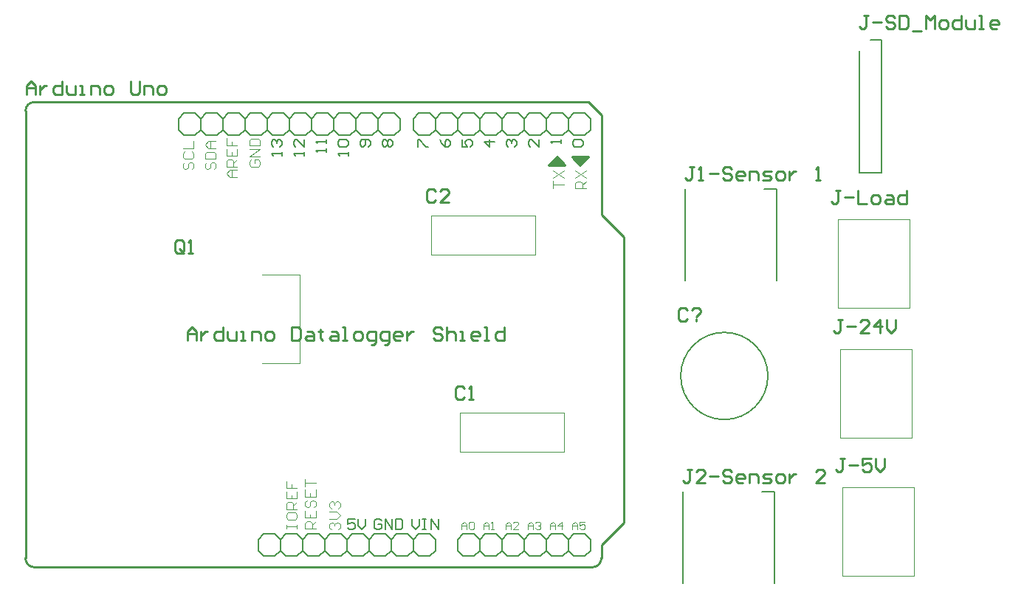
<source format=gbr>
G04*
G04 #@! TF.GenerationSoftware,Altium Limited,Altium Designer,24.10.1 (45)*
G04*
G04 Layer_Color=65535*
%FSLAX44Y44*%
%MOMM*%
G71*
G04*
G04 #@! TF.SameCoordinates,6965692F-E9A8-49B1-8EC0-743354621B2D*
G04*
G04*
G04 #@! TF.FilePolarity,Positive*
G04*
G01*
G75*
%ADD10C,0.2540*%
%ADD11C,0.1000*%
%ADD12C,0.2000*%
%ADD13C,0.1524*%
%ADD14C,0.3048*%
%ADD15C,0.1451*%
%ADD16C,0.1036*%
%ADD17C,0.1209*%
D10*
X1246124Y488950D02*
G03*
X1256030Y499110I-127J10033D01*
G01*
X595630D02*
G03*
X605790Y488950I10160J0D01*
G01*
Y1022350D02*
G03*
X595630Y1012444I-127J-10033D01*
G01*
X605790Y1022350D02*
X1240790D01*
X1256030Y1007110D01*
Y892810D02*
Y1007110D01*
X1281430Y539750D02*
Y867410D01*
X1256030Y514350D02*
X1281430Y539750D01*
X1256030Y499110D02*
Y514350D01*
X605790Y488950D02*
X1246124D01*
X595630Y499110D02*
Y1012444D01*
X1256030Y892810D02*
X1281430Y867410D01*
X1065781Y920238D02*
X1063242Y922777D01*
X1058163D01*
X1055624Y920238D01*
Y910081D01*
X1058163Y907542D01*
X1063242D01*
X1065781Y910081D01*
X1081016Y907542D02*
X1070859D01*
X1081016Y917699D01*
Y920238D01*
X1078477Y922777D01*
X1073398D01*
X1070859Y920238D01*
X1098801Y694178D02*
X1096262Y696717D01*
X1091183D01*
X1088644Y694178D01*
Y684021D01*
X1091183Y681482D01*
X1096262D01*
X1098801Y684021D01*
X1103879Y681482D02*
X1108957D01*
X1106418D01*
Y696717D01*
X1103879Y694178D01*
X596900Y1031240D02*
Y1041397D01*
X601978Y1046475D01*
X607057Y1041397D01*
Y1031240D01*
Y1038857D01*
X596900D01*
X612135Y1041397D02*
Y1031240D01*
Y1036318D01*
X614674Y1038857D01*
X617213Y1041397D01*
X619753D01*
X637527Y1046475D02*
Y1031240D01*
X629909D01*
X627370Y1033779D01*
Y1038857D01*
X629909Y1041397D01*
X637527D01*
X642605D02*
Y1033779D01*
X645144Y1031240D01*
X652762D01*
Y1041397D01*
X657840Y1031240D02*
X662919D01*
X660379D01*
Y1041397D01*
X657840D01*
X670536Y1031240D02*
Y1041397D01*
X678154D01*
X680693Y1038857D01*
Y1031240D01*
X688310D02*
X693389D01*
X695928Y1033779D01*
Y1038857D01*
X693389Y1041397D01*
X688310D01*
X685771Y1038857D01*
Y1033779D01*
X688310Y1031240D01*
X716241Y1046475D02*
Y1033779D01*
X718781Y1031240D01*
X723859D01*
X726398Y1033779D01*
Y1046475D01*
X731477Y1031240D02*
Y1041397D01*
X739094D01*
X741633Y1038857D01*
Y1031240D01*
X749251D02*
X754329D01*
X756868Y1033779D01*
Y1038857D01*
X754329Y1041397D01*
X749251D01*
X746712Y1038857D01*
Y1033779D01*
X749251Y1031240D01*
X781230Y749350D02*
Y759507D01*
X786308Y764585D01*
X791387Y759507D01*
Y749350D01*
Y756967D01*
X781230D01*
X796465Y759507D02*
Y749350D01*
Y754428D01*
X799004Y756967D01*
X801543Y759507D01*
X804083D01*
X821857Y764585D02*
Y749350D01*
X814239D01*
X811700Y751889D01*
Y756967D01*
X814239Y759507D01*
X821857D01*
X826935D02*
Y751889D01*
X829474Y749350D01*
X837092D01*
Y759507D01*
X842170Y749350D02*
X847249D01*
X844709D01*
Y759507D01*
X842170D01*
X854866Y749350D02*
Y759507D01*
X862484D01*
X865023Y756967D01*
Y749350D01*
X872640D02*
X877719D01*
X880258Y751889D01*
Y756967D01*
X877719Y759507D01*
X872640D01*
X870101Y756967D01*
Y751889D01*
X872640Y749350D01*
X900571Y764585D02*
Y749350D01*
X908189D01*
X910728Y751889D01*
Y762046D01*
X908189Y764585D01*
X900571D01*
X918346Y759507D02*
X923424D01*
X925963Y756967D01*
Y749350D01*
X918346D01*
X915806Y751889D01*
X918346Y754428D01*
X925963D01*
X933581Y762046D02*
Y759507D01*
X931041D01*
X936120D01*
X933581D01*
Y751889D01*
X936120Y749350D01*
X946277Y759507D02*
X951355D01*
X953894Y756967D01*
Y749350D01*
X946277D01*
X943737Y751889D01*
X946277Y754428D01*
X953894D01*
X958972Y749350D02*
X964051D01*
X961512D01*
Y764585D01*
X958972D01*
X974208Y749350D02*
X979286D01*
X981825Y751889D01*
Y756967D01*
X979286Y759507D01*
X974208D01*
X971668Y756967D01*
Y751889D01*
X974208Y749350D01*
X991982Y744272D02*
X994521D01*
X997060Y746811D01*
Y759507D01*
X989443D01*
X986903Y756967D01*
Y751889D01*
X989443Y749350D01*
X997060D01*
X1007217Y744272D02*
X1009756D01*
X1012295Y746811D01*
Y759507D01*
X1004678D01*
X1002139Y756967D01*
Y751889D01*
X1004678Y749350D01*
X1012295D01*
X1024991D02*
X1019913D01*
X1017374Y751889D01*
Y756967D01*
X1019913Y759507D01*
X1024991D01*
X1027530Y756967D01*
Y754428D01*
X1017374D01*
X1032609Y759507D02*
Y749350D01*
Y754428D01*
X1035148Y756967D01*
X1037687Y759507D01*
X1040226D01*
X1073235Y762046D02*
X1070696Y764585D01*
X1065618D01*
X1063079Y762046D01*
Y759507D01*
X1065618Y756967D01*
X1070696D01*
X1073235Y754428D01*
Y751889D01*
X1070696Y749350D01*
X1065618D01*
X1063079Y751889D01*
X1078314Y764585D02*
Y749350D01*
Y756967D01*
X1080853Y759507D01*
X1085931D01*
X1088471Y756967D01*
Y749350D01*
X1093549D02*
X1098627D01*
X1096088D01*
Y759507D01*
X1093549D01*
X1113862Y749350D02*
X1108784D01*
X1106245Y751889D01*
Y756967D01*
X1108784Y759507D01*
X1113862D01*
X1116402Y756967D01*
Y754428D01*
X1106245D01*
X1121480Y749350D02*
X1126558D01*
X1124019D01*
Y764585D01*
X1121480D01*
X1144333D02*
Y749350D01*
X1136715D01*
X1134176Y751889D01*
Y756967D01*
X1136715Y759507D01*
X1144333D01*
X1561843Y1121659D02*
X1556764D01*
X1559303D01*
Y1108963D01*
X1556764Y1106424D01*
X1554225D01*
X1551686Y1108963D01*
X1566921Y1114042D02*
X1577078D01*
X1592313Y1119120D02*
X1589774Y1121659D01*
X1584695D01*
X1582156Y1119120D01*
Y1116581D01*
X1584695Y1114042D01*
X1589774D01*
X1592313Y1111502D01*
Y1108963D01*
X1589774Y1106424D01*
X1584695D01*
X1582156Y1108963D01*
X1597391Y1121659D02*
Y1106424D01*
X1605009D01*
X1607548Y1108963D01*
Y1119120D01*
X1605009Y1121659D01*
X1597391D01*
X1612626Y1103885D02*
X1622783D01*
X1627861Y1106424D02*
Y1121659D01*
X1632940Y1116581D01*
X1638018Y1121659D01*
Y1106424D01*
X1645636D02*
X1650714D01*
X1653253Y1108963D01*
Y1114042D01*
X1650714Y1116581D01*
X1645636D01*
X1643096Y1114042D01*
Y1108963D01*
X1645636Y1106424D01*
X1668488Y1121659D02*
Y1106424D01*
X1660871D01*
X1658331Y1108963D01*
Y1114042D01*
X1660871Y1116581D01*
X1668488D01*
X1673567D02*
Y1108963D01*
X1676106Y1106424D01*
X1683723D01*
Y1116581D01*
X1688802Y1106424D02*
X1693880D01*
X1691341D01*
Y1121659D01*
X1688802D01*
X1709115Y1106424D02*
X1704037D01*
X1701497Y1108963D01*
Y1114042D01*
X1704037Y1116581D01*
X1709115D01*
X1711654Y1114042D01*
Y1111502D01*
X1701497D01*
X1532125Y772409D02*
X1527046D01*
X1529586D01*
Y759713D01*
X1527046Y757174D01*
X1524507D01*
X1521968Y759713D01*
X1537203Y764791D02*
X1547360D01*
X1562595Y757174D02*
X1552438D01*
X1562595Y767331D01*
Y769870D01*
X1560056Y772409D01*
X1554977D01*
X1552438Y769870D01*
X1575291Y757174D02*
Y772409D01*
X1567673Y764791D01*
X1577830D01*
X1582908Y772409D02*
Y762252D01*
X1587987Y757174D01*
X1593065Y762252D01*
Y772409D01*
X1529585Y920999D02*
X1524506D01*
X1527045D01*
Y908303D01*
X1524506Y905764D01*
X1521967D01*
X1519428Y908303D01*
X1534663Y913382D02*
X1544820D01*
X1549898Y920999D02*
Y905764D01*
X1560055D01*
X1567672D02*
X1572751D01*
X1575290Y908303D01*
Y913382D01*
X1572751Y915921D01*
X1567672D01*
X1565133Y913382D01*
Y908303D01*
X1567672Y905764D01*
X1582908Y915921D02*
X1587986D01*
X1590525Y913382D01*
Y905764D01*
X1582908D01*
X1580368Y908303D01*
X1582908Y910842D01*
X1590525D01*
X1605760Y920999D02*
Y905764D01*
X1598143D01*
X1595603Y908303D01*
Y913382D01*
X1598143Y915921D01*
X1605760D01*
X776983Y851153D02*
Y861310D01*
X774444Y863849D01*
X769365D01*
X766826Y861310D01*
Y851153D01*
X769365Y848614D01*
X774444D01*
X771904Y853692D02*
X776983Y848614D01*
X774444D02*
X776983Y851153D01*
X782061Y848614D02*
X787139D01*
X784600D01*
Y863849D01*
X782061Y861310D01*
X1534665Y613659D02*
X1529586D01*
X1532126D01*
Y600963D01*
X1529586Y598424D01*
X1527047D01*
X1524508Y600963D01*
X1539743Y606041D02*
X1549900D01*
X1565135Y613659D02*
X1554978D01*
Y606041D01*
X1560056Y608581D01*
X1562596D01*
X1565135Y606041D01*
Y600963D01*
X1562596Y598424D01*
X1557517D01*
X1554978Y600963D01*
X1570213Y613659D02*
Y603502D01*
X1575292Y598424D01*
X1580370Y603502D01*
Y613659D01*
X1354325Y783840D02*
X1351785Y786379D01*
X1346707D01*
X1344168Y783840D01*
Y773683D01*
X1346707Y771144D01*
X1351785D01*
X1354325Y773683D01*
X1359403Y783840D02*
X1361942Y786379D01*
X1367021D01*
X1369560Y783840D01*
Y781301D01*
X1364481Y776222D01*
Y773683D02*
Y771144D01*
X1362199Y947923D02*
X1357120D01*
X1359659D01*
Y935227D01*
X1357120Y932688D01*
X1354581D01*
X1352042Y935227D01*
X1367277Y932688D02*
X1372355D01*
X1369816D01*
Y947923D01*
X1367277Y945384D01*
X1379973Y940305D02*
X1390130D01*
X1405365Y945384D02*
X1402826Y947923D01*
X1397747D01*
X1395208Y945384D01*
Y942845D01*
X1397747Y940305D01*
X1402826D01*
X1405365Y937766D01*
Y935227D01*
X1402826Y932688D01*
X1397747D01*
X1395208Y935227D01*
X1418061Y932688D02*
X1412982D01*
X1410443Y935227D01*
Y940305D01*
X1412982Y942845D01*
X1418061D01*
X1420600Y940305D01*
Y937766D01*
X1410443D01*
X1425678Y932688D02*
Y942845D01*
X1433296D01*
X1435835Y940305D01*
Y932688D01*
X1440913D02*
X1448531D01*
X1451070Y935227D01*
X1448531Y937766D01*
X1443452D01*
X1440913Y940305D01*
X1443452Y942845D01*
X1451070D01*
X1458687Y932688D02*
X1463766D01*
X1466305Y935227D01*
Y940305D01*
X1463766Y942845D01*
X1458687D01*
X1456148Y940305D01*
Y935227D01*
X1458687Y932688D01*
X1471383Y942845D02*
Y932688D01*
Y937766D01*
X1473923Y940305D01*
X1476462Y942845D01*
X1479001D01*
X1501853Y932688D02*
X1506932D01*
X1504393D01*
Y947923D01*
X1501853Y945384D01*
X1359659Y601213D02*
X1354580D01*
X1357119D01*
Y588517D01*
X1354580Y585978D01*
X1352041D01*
X1349502Y588517D01*
X1374894Y585978D02*
X1364737D01*
X1374894Y596135D01*
Y598674D01*
X1372355Y601213D01*
X1367276D01*
X1364737Y598674D01*
X1379972Y593596D02*
X1390129D01*
X1405364Y598674D02*
X1402825Y601213D01*
X1397746D01*
X1395207Y598674D01*
Y596135D01*
X1397746Y593596D01*
X1402825D01*
X1405364Y591056D01*
Y588517D01*
X1402825Y585978D01*
X1397746D01*
X1395207Y588517D01*
X1418060Y585978D02*
X1412982D01*
X1410442Y588517D01*
Y593596D01*
X1412982Y596135D01*
X1418060D01*
X1420599Y593596D01*
Y591056D01*
X1410442D01*
X1425677Y585978D02*
Y596135D01*
X1433295D01*
X1435834Y593596D01*
Y585978D01*
X1440912D02*
X1448530D01*
X1451069Y588517D01*
X1448530Y591056D01*
X1443452D01*
X1440912Y593596D01*
X1443452Y596135D01*
X1451069D01*
X1458687Y585978D02*
X1463765D01*
X1466304Y588517D01*
Y593596D01*
X1463765Y596135D01*
X1458687D01*
X1456147Y593596D01*
Y588517D01*
X1458687Y585978D01*
X1471383Y596135D02*
Y585978D01*
Y591056D01*
X1473922Y593596D01*
X1476461Y596135D01*
X1479000D01*
X1512009Y585978D02*
X1501853D01*
X1512009Y596135D01*
Y598674D01*
X1509470Y601213D01*
X1504392D01*
X1501853Y598674D01*
D11*
X955150Y746430D02*
G03*
X955150Y745430I0J-500D01*
G01*
D02*
G03*
X955150Y746430I0J500D01*
G01*
X1060610Y847450D02*
X1180610D01*
X1060610D02*
Y892450D01*
X1180610D01*
Y847450D02*
Y892450D01*
X1093630Y666390D02*
X1213630D01*
Y621390D02*
Y666390D01*
X1093630Y621390D02*
X1213630D01*
X1093630D02*
Y666390D01*
X1529990Y637540D02*
Y739140D01*
X1611990D01*
Y637540D02*
Y739140D01*
X1529990Y637540D02*
X1611990D01*
X1527450Y786130D02*
Y887730D01*
X1609450D01*
Y786130D02*
Y887730D01*
X1527450Y786130D02*
X1609450D01*
X867150Y824230D02*
X909950D01*
Y722630D02*
Y824230D01*
X867150Y722630D02*
X909950D01*
X1532530Y478790D02*
Y580390D01*
X1614530D01*
Y478790D02*
Y580390D01*
X1532530Y478790D02*
X1614530D01*
D12*
X1447000Y708260D02*
G03*
X1447000Y708260I-50000J0D01*
G01*
X1551940Y941070D02*
Y1080770D01*
Y941070D02*
X1577340D01*
Y1093470D01*
X1564640D02*
X1577340D01*
X1442720Y922250D02*
X1456920D01*
Y817650D02*
Y922250D01*
X1352320Y817650D02*
Y922250D01*
X1440180Y575540D02*
X1454380D01*
Y470940D02*
Y575540D01*
X1349780Y470940D02*
Y575540D01*
D13*
X1046480Y1009650D02*
X1059180D01*
X1065530Y1003300D01*
X1059180Y984250D02*
X1065530Y990600D01*
X1040130Y1003300D02*
X1046480Y1009650D01*
X1040130Y990600D02*
Y1003300D01*
Y990600D02*
X1046480Y984250D01*
X1059180D01*
X1224280Y1009650D02*
X1236980D01*
X1243330Y1003300D01*
X1236980Y984250D02*
X1243330Y990600D01*
Y1003300D01*
X1211580Y1009650D02*
X1217930Y1003300D01*
X1198880Y1009650D02*
X1211580D01*
X1192530Y1003300D02*
X1198880Y1009650D01*
X1192530Y990600D02*
Y1003300D01*
Y990600D02*
X1198880Y984250D01*
X1211580D01*
X1217930Y990600D01*
Y1003300D02*
X1224280Y1009650D01*
X1217930Y990600D02*
Y1003300D01*
Y990600D02*
X1224280Y984250D01*
X1236980D01*
X1148080Y1009650D02*
X1160780D01*
X1167130Y1003300D01*
X1160780Y984250D02*
X1167130Y990600D01*
X1186180Y1009650D02*
X1192530Y1003300D01*
X1173480Y1009650D02*
X1186180D01*
X1167130Y1003300D02*
X1173480Y1009650D01*
X1167130Y990600D02*
Y1003300D01*
Y990600D02*
X1173480Y984250D01*
X1186180D01*
X1192530Y990600D01*
X1135380Y1009650D02*
X1141730Y1003300D01*
X1122680Y1009650D02*
X1135380D01*
X1116330Y1003300D02*
X1122680Y1009650D01*
X1116330Y990600D02*
Y1003300D01*
Y990600D02*
X1122680Y984250D01*
X1135380D01*
X1141730Y990600D01*
Y1003300D02*
X1148080Y1009650D01*
X1141730Y990600D02*
Y1003300D01*
Y990600D02*
X1148080Y984250D01*
X1160780D01*
X1071880Y1009650D02*
X1084580D01*
X1090930Y1003300D01*
X1084580Y984250D02*
X1090930Y990600D01*
X1109980Y1009650D02*
X1116330Y1003300D01*
X1097280Y1009650D02*
X1109980D01*
X1090930Y1003300D02*
X1097280Y1009650D01*
X1090930Y990600D02*
Y1003300D01*
Y990600D02*
X1097280Y984250D01*
X1109980D01*
X1116330Y990600D01*
X1065530Y1003300D02*
X1071880Y1009650D01*
X1065530Y990600D02*
Y1003300D01*
Y990600D02*
X1071880Y984250D01*
X1084580D01*
X777240Y1009650D02*
X789940D01*
X796290Y1003300D01*
X789940Y984250D02*
X796290Y990600D01*
X770890Y1003300D02*
X777240Y1009650D01*
X770890Y990600D02*
Y1003300D01*
Y990600D02*
X777240Y984250D01*
X789940D01*
X1005840Y1009650D02*
X1018540D01*
X1024890Y1003300D01*
X1018540Y984250D02*
X1024890Y990600D01*
Y1003300D01*
X993140Y1009650D02*
X999490Y1003300D01*
X980440Y1009650D02*
X993140D01*
X974090Y1003300D02*
X980440Y1009650D01*
X974090Y990600D02*
Y1003300D01*
Y990600D02*
X980440Y984250D01*
X993140D01*
X999490Y990600D01*
Y1003300D02*
X1005840Y1009650D01*
X999490Y990600D02*
Y1003300D01*
Y990600D02*
X1005840Y984250D01*
X1018540D01*
X929640Y1009650D02*
X942340D01*
X948690Y1003300D01*
X942340Y984250D02*
X948690Y990600D01*
X967740Y1009650D02*
X974090Y1003300D01*
X955040Y1009650D02*
X967740D01*
X948690Y1003300D02*
X955040Y1009650D01*
X948690Y990600D02*
Y1003300D01*
Y990600D02*
X955040Y984250D01*
X967740D01*
X974090Y990600D01*
X916940Y1009650D02*
X923290Y1003300D01*
X904240Y1009650D02*
X916940D01*
X897890Y1003300D02*
X904240Y1009650D01*
X897890Y990600D02*
Y1003300D01*
Y990600D02*
X904240Y984250D01*
X916940D01*
X923290Y990600D01*
Y1003300D02*
X929640Y1009650D01*
X923290Y990600D02*
Y1003300D01*
Y990600D02*
X929640Y984250D01*
X942340D01*
X853440Y1009650D02*
X866140D01*
X872490Y1003300D01*
X866140Y984250D02*
X872490Y990600D01*
X891540Y1009650D02*
X897890Y1003300D01*
X878840Y1009650D02*
X891540D01*
X872490Y1003300D02*
X878840Y1009650D01*
X872490Y990600D02*
Y1003300D01*
Y990600D02*
X878840Y984250D01*
X891540D01*
X897890Y990600D01*
X840740Y1009650D02*
X847090Y1003300D01*
X828040Y1009650D02*
X840740D01*
X821690Y1003300D02*
X828040Y1009650D01*
X821690Y990600D02*
Y1003300D01*
Y990600D02*
X828040Y984250D01*
X840740D01*
X847090Y990600D01*
Y1003300D02*
X853440Y1009650D01*
X847090Y990600D02*
Y1003300D01*
Y990600D02*
X853440Y984250D01*
X866140D01*
X815340Y1009650D02*
X821690Y1003300D01*
X802640Y1009650D02*
X815340D01*
X796290Y1003300D02*
X802640Y1009650D01*
X796290Y990600D02*
Y1003300D01*
Y990600D02*
X802640Y984250D01*
X815340D01*
X821690Y990600D01*
X1224280Y501650D02*
X1236980D01*
X1217930Y508000D02*
X1224280Y501650D01*
X1217930Y520700D02*
X1224280Y527050D01*
X1236980Y501650D02*
X1243330Y508000D01*
Y520700D01*
X1236980Y527050D02*
X1243330Y520700D01*
X1224280Y527050D02*
X1236980D01*
X1097280Y501650D02*
X1109980D01*
X1090930Y508000D02*
X1097280Y501650D01*
X1090930Y520700D02*
X1097280Y527050D01*
X1090930Y508000D02*
Y520700D01*
X1116330Y508000D02*
X1122680Y501650D01*
X1135380D01*
X1141730Y508000D01*
Y520700D01*
X1135380Y527050D02*
X1141730Y520700D01*
X1122680Y527050D02*
X1135380D01*
X1116330Y520700D02*
X1122680Y527050D01*
X1109980Y501650D02*
X1116330Y508000D01*
Y520700D01*
X1109980Y527050D02*
X1116330Y520700D01*
X1097280Y527050D02*
X1109980D01*
X1173480Y501650D02*
X1186180D01*
X1167130Y508000D02*
X1173480Y501650D01*
X1167130Y520700D02*
X1173480Y527050D01*
X1141730Y508000D02*
X1148080Y501650D01*
X1160780D01*
X1167130Y508000D01*
Y520700D01*
X1160780Y527050D02*
X1167130Y520700D01*
X1148080Y527050D02*
X1160780D01*
X1141730Y520700D02*
X1148080Y527050D01*
X1192530Y508000D02*
X1198880Y501650D01*
X1211580D01*
X1217930Y508000D01*
Y520700D01*
X1211580Y527050D02*
X1217930Y520700D01*
X1198880Y527050D02*
X1211580D01*
X1192530Y520700D02*
X1198880Y527050D01*
X1186180Y501650D02*
X1192530Y508000D01*
Y520700D01*
X1186180Y527050D02*
X1192530Y520700D01*
X1173480Y527050D02*
X1186180D01*
X1046480Y501650D02*
X1059180D01*
X1040130Y508000D02*
X1046480Y501650D01*
X1040130Y520700D02*
X1046480Y527050D01*
X1059180Y501650D02*
X1065530Y508000D01*
Y520700D01*
X1059180Y527050D02*
X1065530Y520700D01*
X1046480Y527050D02*
X1059180D01*
X868680Y501650D02*
X881380D01*
X862330Y508000D02*
X868680Y501650D01*
X862330Y520700D02*
X868680Y527050D01*
X862330Y508000D02*
Y520700D01*
X887730Y508000D02*
X894080Y501650D01*
X906780D01*
X913130Y508000D01*
Y520700D01*
X906780Y527050D02*
X913130Y520700D01*
X894080Y527050D02*
X906780D01*
X887730Y520700D02*
X894080Y527050D01*
X881380Y501650D02*
X887730Y508000D01*
Y520700D01*
X881380Y527050D02*
X887730Y520700D01*
X868680Y527050D02*
X881380D01*
X944880Y501650D02*
X957580D01*
X938530Y508000D02*
X944880Y501650D01*
X938530Y520700D02*
X944880Y527050D01*
X913130Y508000D02*
X919480Y501650D01*
X932180D01*
X938530Y508000D01*
Y520700D01*
X932180Y527050D02*
X938530Y520700D01*
X919480Y527050D02*
X932180D01*
X913130Y520700D02*
X919480Y527050D01*
X963930Y508000D02*
X970280Y501650D01*
X982980D01*
X989330Y508000D01*
Y520700D01*
X982980Y527050D02*
X989330Y520700D01*
X970280Y527050D02*
X982980D01*
X963930Y520700D02*
X970280Y527050D01*
X957580Y501650D02*
X963930Y508000D01*
Y520700D01*
X957580Y527050D02*
X963930Y520700D01*
X944880Y527050D02*
X957580D01*
X1021080Y501650D02*
X1033780D01*
X1014730Y508000D02*
X1021080Y501650D01*
X1014730Y520700D02*
X1021080Y527050D01*
X989330Y508000D02*
X995680Y501650D01*
X1008380D01*
X1014730Y508000D01*
Y520700D01*
X1008380Y527050D02*
X1014730Y520700D01*
X995680Y527050D02*
X1008380D01*
X989330Y520700D02*
X995680Y527050D01*
X1033780Y501650D02*
X1040130Y508000D01*
Y520700D01*
X1033780Y527050D02*
X1040130Y520700D01*
X1021080Y527050D02*
X1033780D01*
D14*
X1196340Y949960D02*
X1214120D01*
X1205230Y958850D02*
X1214120Y949960D01*
X1196340D02*
X1205230Y958850D01*
X1223010D02*
X1240790D01*
X1223010D02*
X1231900Y949960D01*
X1240790Y958850D01*
X1200150Y951230D02*
X1205230Y956310D01*
X1210310Y951230D01*
X1202690D02*
X1210310D01*
X1202690D02*
X1206500Y953770D01*
X1226820Y957580D02*
X1236980D01*
X1231900Y952500D02*
X1236980Y957580D01*
X1228090Y956310D02*
X1231900Y952500D01*
X1228090Y956310D02*
X1233170D01*
X1231900Y953770D02*
Y955040D01*
D15*
X973258Y544216D02*
X965200D01*
Y538173D01*
X969229Y540188D01*
X971243D01*
X973258Y538173D01*
Y534144D01*
X971243Y532130D01*
X967214D01*
X965200Y534144D01*
X977287Y544216D02*
Y536159D01*
X981315Y532130D01*
X985344Y536159D01*
Y544216D01*
X1038860D02*
Y536159D01*
X1042889Y532130D01*
X1046918Y536159D01*
Y544216D01*
X1050947D02*
X1054975D01*
X1052961D01*
Y532130D01*
X1050947D01*
X1054975D01*
X1061019D02*
Y544216D01*
X1069076Y532130D01*
Y544216D01*
X1003992Y542202D02*
X1001977Y544216D01*
X997948D01*
X995934Y542202D01*
Y534144D01*
X997948Y532130D01*
X1001977D01*
X1003992Y534144D01*
Y538173D01*
X999963D01*
X1008020Y532130D02*
Y544216D01*
X1016078Y532130D01*
Y544216D01*
X1020107D02*
Y532130D01*
X1026150D01*
X1028165Y534144D01*
Y542202D01*
X1026150Y544216D01*
X1020107D01*
X889657Y961040D02*
Y965069D01*
Y963055D01*
X877570D01*
X879584Y961040D01*
Y971112D02*
X877570Y973127D01*
Y977156D01*
X879584Y979170D01*
X881599D01*
X883613Y977156D01*
Y975141D01*
Y977156D01*
X885628Y979170D01*
X887642D01*
X889657Y977156D01*
Y973127D01*
X887642Y971112D01*
X915057Y961040D02*
Y965069D01*
Y963055D01*
X902970D01*
X904984Y961040D01*
X915057Y979170D02*
Y971112D01*
X906999Y979170D01*
X904984D01*
X902970Y977156D01*
Y973127D01*
X904984Y971112D01*
X940456Y965069D02*
Y969098D01*
Y967084D01*
X928370D01*
X930384Y965069D01*
X940456Y975141D02*
Y979170D01*
Y977156D01*
X928370D01*
X930384Y975141D01*
X965856Y961040D02*
Y965069D01*
Y963055D01*
X953770D01*
X955784Y961040D01*
Y971112D02*
X953770Y973127D01*
Y977156D01*
X955784Y979170D01*
X963842D01*
X965856Y977156D01*
Y973127D01*
X963842Y971112D01*
X955784D01*
X989242D02*
X991256Y973127D01*
Y977156D01*
X989242Y979170D01*
X981184D01*
X979170Y977156D01*
Y973127D01*
X981184Y971112D01*
X983199D01*
X985213Y973127D01*
Y979170D01*
X1006584Y971112D02*
X1004570Y973127D01*
Y977156D01*
X1006584Y979170D01*
X1008599D01*
X1010613Y977156D01*
X1012628Y979170D01*
X1014642D01*
X1016656Y977156D01*
Y973127D01*
X1014642Y971112D01*
X1012628D01*
X1010613Y973127D01*
X1008599Y971112D01*
X1006584D01*
X1010613Y973127D02*
Y977156D01*
X1045210Y971112D02*
Y979170D01*
X1047224D01*
X1055282Y971112D01*
X1057297D01*
X1070610Y979170D02*
X1072624Y975141D01*
X1076653Y971112D01*
X1080682D01*
X1082697Y973127D01*
Y977156D01*
X1080682Y979170D01*
X1078668D01*
X1076653Y977156D01*
Y971112D01*
X1096010Y979170D02*
Y971112D01*
X1102053D01*
X1100039Y975141D01*
Y977156D01*
X1102053Y979170D01*
X1106082D01*
X1108096Y977156D01*
Y973127D01*
X1106082Y971112D01*
X1133496Y977156D02*
X1121410D01*
X1127453Y971112D01*
Y979170D01*
X1148824Y971112D02*
X1146810Y973127D01*
Y977156D01*
X1148824Y979170D01*
X1150839D01*
X1152853Y977156D01*
Y975141D01*
Y977156D01*
X1154868Y979170D01*
X1156882D01*
X1158896Y977156D01*
Y973127D01*
X1156882Y971112D01*
X1184296Y979170D02*
Y971112D01*
X1176239Y979170D01*
X1174224D01*
X1172210Y977156D01*
Y973127D01*
X1174224Y971112D01*
X1209697Y975141D02*
Y979170D01*
Y977156D01*
X1197610D01*
X1199624Y975141D01*
X1225024Y971112D02*
X1223010Y973127D01*
Y977156D01*
X1225024Y979170D01*
X1233082D01*
X1235097Y977156D01*
Y973127D01*
X1233082Y971112D01*
X1225024D01*
D16*
X1095756Y532384D02*
Y538139D01*
X1098634Y541017D01*
X1101512Y538139D01*
Y532384D01*
Y536701D01*
X1095756D01*
X1104389Y539578D02*
X1105828Y541017D01*
X1108706D01*
X1110145Y539578D01*
Y533823D01*
X1108706Y532384D01*
X1105828D01*
X1104389Y533823D01*
Y539578D01*
X1121156Y532384D02*
Y538139D01*
X1124034Y541017D01*
X1126911Y538139D01*
Y532384D01*
Y536701D01*
X1121156D01*
X1129789Y532384D02*
X1132667D01*
X1131228D01*
Y541017D01*
X1129789Y539578D01*
X1146556Y532384D02*
Y538139D01*
X1149434Y541017D01*
X1152311Y538139D01*
Y532384D01*
Y536701D01*
X1146556D01*
X1160945Y532384D02*
X1155189D01*
X1160945Y538139D01*
Y539578D01*
X1159506Y541017D01*
X1156628D01*
X1155189Y539578D01*
X1171956Y532384D02*
Y538139D01*
X1174834Y541017D01*
X1177711Y538139D01*
Y532384D01*
Y536701D01*
X1171956D01*
X1180589Y539578D02*
X1182028Y541017D01*
X1184906D01*
X1186345Y539578D01*
Y538139D01*
X1184906Y536701D01*
X1183467D01*
X1184906D01*
X1186345Y535262D01*
Y533823D01*
X1184906Y532384D01*
X1182028D01*
X1180589Y533823D01*
X1197356Y532384D02*
Y538139D01*
X1200234Y541017D01*
X1203111Y538139D01*
Y532384D01*
Y536701D01*
X1197356D01*
X1210306Y532384D02*
Y541017D01*
X1205989Y536701D01*
X1211745D01*
X1222756Y532384D02*
Y538139D01*
X1225634Y541017D01*
X1228512Y538139D01*
Y532384D01*
Y536701D01*
X1222756D01*
X1237145Y541017D02*
X1231389D01*
Y536701D01*
X1234267Y538139D01*
X1235706D01*
X1237145Y536701D01*
Y533823D01*
X1235706Y532384D01*
X1232828D01*
X1231389Y533823D01*
D17*
X838094Y936377D02*
X830037D01*
X826008Y940406D01*
X830037Y944435D01*
X838094D01*
X832051D01*
Y936377D01*
X838094Y948463D02*
X826008D01*
Y954507D01*
X828022Y956521D01*
X832051D01*
X834066Y954507D01*
Y948463D01*
Y952492D02*
X838094Y956521D01*
X826008Y968607D02*
Y960550D01*
X838094D01*
Y968607D01*
X832051Y960550D02*
Y964579D01*
X826008Y980694D02*
Y972636D01*
X832051D01*
Y976665D01*
Y972636D01*
X838094D01*
X854438Y956267D02*
X852424Y954253D01*
Y950224D01*
X854438Y948209D01*
X862496D01*
X864510Y950224D01*
Y954253D01*
X862496Y956267D01*
X858467D01*
Y952238D01*
X864510Y960296D02*
X852424D01*
X864510Y968354D01*
X852424D01*
Y972382D02*
X864510D01*
Y978426D01*
X862496Y980440D01*
X854438D01*
X852424Y978426D01*
Y972382D01*
X928370Y533400D02*
X916283D01*
Y539443D01*
X918298Y541458D01*
X922327D01*
X924341Y539443D01*
Y533400D01*
Y537429D02*
X928370Y541458D01*
X916283Y553544D02*
Y545486D01*
X928370D01*
Y553544D01*
X922327Y545486D02*
Y549515D01*
X918298Y565631D02*
X916283Y563616D01*
Y559587D01*
X918298Y557573D01*
X920312D01*
X922327Y559587D01*
Y563616D01*
X924341Y565631D01*
X926356D01*
X928370Y563616D01*
Y559587D01*
X926356Y557573D01*
X916283Y577717D02*
Y569660D01*
X928370D01*
Y577717D01*
X922327Y569660D02*
Y573688D01*
X916283Y581746D02*
Y589804D01*
Y585775D01*
X928370D01*
X946238Y532130D02*
X944223Y534144D01*
Y538173D01*
X946238Y540188D01*
X948252D01*
X950267Y538173D01*
Y536159D01*
Y538173D01*
X952281Y540188D01*
X954296D01*
X956310Y538173D01*
Y534144D01*
X954296Y532130D01*
X944223Y544216D02*
X952281D01*
X956310Y548245D01*
X952281Y552274D01*
X944223D01*
X946238Y556303D02*
X944223Y558317D01*
Y562346D01*
X946238Y564361D01*
X948252D01*
X950267Y562346D01*
Y560332D01*
Y562346D01*
X952281Y564361D01*
X954296D01*
X956310Y562346D01*
Y558317D01*
X954296Y556303D01*
X894694Y533400D02*
Y537429D01*
Y535414D01*
X906780D01*
Y533400D01*
Y537429D01*
X894694Y549515D02*
Y545486D01*
X896708Y543472D01*
X904766D01*
X906780Y545486D01*
Y549515D01*
X904766Y551530D01*
X896708D01*
X894694Y549515D01*
X906780Y555559D02*
X894694D01*
Y561602D01*
X896708Y563616D01*
X900737D01*
X902751Y561602D01*
Y555559D01*
Y559587D02*
X906780Y563616D01*
X894694Y575703D02*
Y567645D01*
X906780D01*
Y575703D01*
X900737Y567645D02*
Y571674D01*
X894694Y587789D02*
Y579731D01*
X900737D01*
Y583760D01*
Y579731D01*
X906780D01*
X1200763Y923544D02*
Y931602D01*
Y927573D01*
X1212850D01*
X1200763Y935630D02*
X1212850Y943688D01*
X1200763D02*
X1212850Y935630D01*
X1238250Y923290D02*
X1226163D01*
Y929333D01*
X1228178Y931348D01*
X1232207D01*
X1234221Y929333D01*
Y923290D01*
Y927319D02*
X1238250Y931348D01*
X1226163Y935377D02*
X1238250Y943434D01*
X1226163D02*
X1238250Y935377D01*
X778158Y953408D02*
X776143Y951393D01*
Y947364D01*
X778158Y945350D01*
X780172D01*
X782187Y947364D01*
Y951393D01*
X784201Y953408D01*
X786216D01*
X788230Y951393D01*
Y947364D01*
X786216Y945350D01*
X778158Y965494D02*
X776143Y963480D01*
Y959451D01*
X778158Y957437D01*
X786216D01*
X788230Y959451D01*
Y963480D01*
X786216Y965494D01*
X776143Y969523D02*
X788230D01*
Y977581D01*
X803444Y953278D02*
X801430Y951263D01*
Y947234D01*
X803444Y945220D01*
X805458D01*
X807473Y947234D01*
Y951263D01*
X809487Y953278D01*
X811502D01*
X813516Y951263D01*
Y947234D01*
X811502Y945220D01*
X801430Y957307D02*
X813516D01*
Y963350D01*
X811502Y965364D01*
X803444D01*
X801430Y963350D01*
Y957307D01*
X813516Y969393D02*
X805458D01*
X801430Y973422D01*
X805458Y977451D01*
X813516D01*
X807473D01*
Y969393D01*
M02*

</source>
